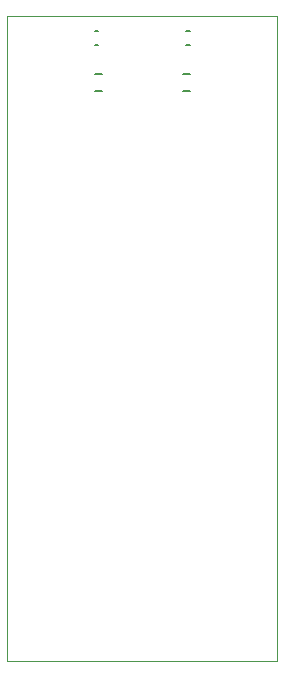
<source format=gm1>
G04 #@! TF.GenerationSoftware,KiCad,Pcbnew,(5.1.5-0-10_14)*
G04 #@! TF.CreationDate,2020-07-01T13:16:57-07:00*
G04 #@! TF.ProjectId,ravenna,72617665-6e6e-4612-9e6b-696361645f70,rev?*
G04 #@! TF.SameCoordinates,Original*
G04 #@! TF.FileFunction,Profile,NP*
%FSLAX46Y46*%
G04 Gerber Fmt 4.6, Leading zero omitted, Abs format (unit mm)*
G04 Created by KiCad (PCBNEW (5.1.5-0-10_14)) date 2020-07-01 13:16:57*
%MOMM*%
%LPD*%
G04 APERTURE LIST*
%ADD10C,0.100000*%
%ADD11C,0.127000*%
G04 APERTURE END LIST*
D10*
X137033000Y-135636000D02*
X159893000Y-135636000D01*
X137033000Y-81026000D02*
X137033000Y-135636000D01*
X159893000Y-81026000D02*
X137033000Y-81026000D01*
X159893000Y-135636000D02*
X159893000Y-81026000D01*
D11*
X152463000Y-87336000D02*
X151913000Y-87336000D01*
X152463000Y-85936000D02*
X151913000Y-85936000D01*
X145013000Y-87336000D02*
X144463000Y-87336000D01*
X145013000Y-85936000D02*
X144463000Y-85936000D01*
X152493000Y-83436000D02*
X152183000Y-83436000D01*
X152493000Y-82236000D02*
X152183000Y-82236000D01*
X144743000Y-83436000D02*
X144433000Y-83436000D01*
X144743000Y-82236000D02*
X144433000Y-82236000D01*
M02*

</source>
